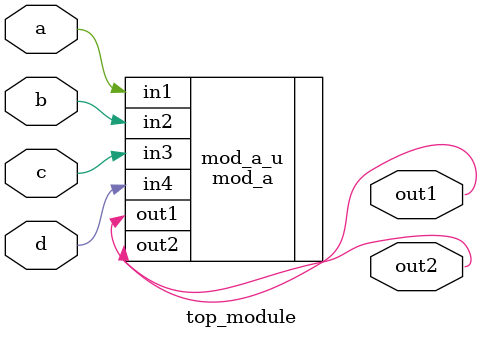
<source format=v>
module top_module ( 
    input a, 
    input b, 
    input c,
    input d,
    output out1,
    output out2
);

    mod_a mod_a_u(.out1(out1),
                  .out2(out2),
                  .in1(a),
                  .in2(b),
                  .in3(c),
                  .in4(d));

endmodule
</source>
